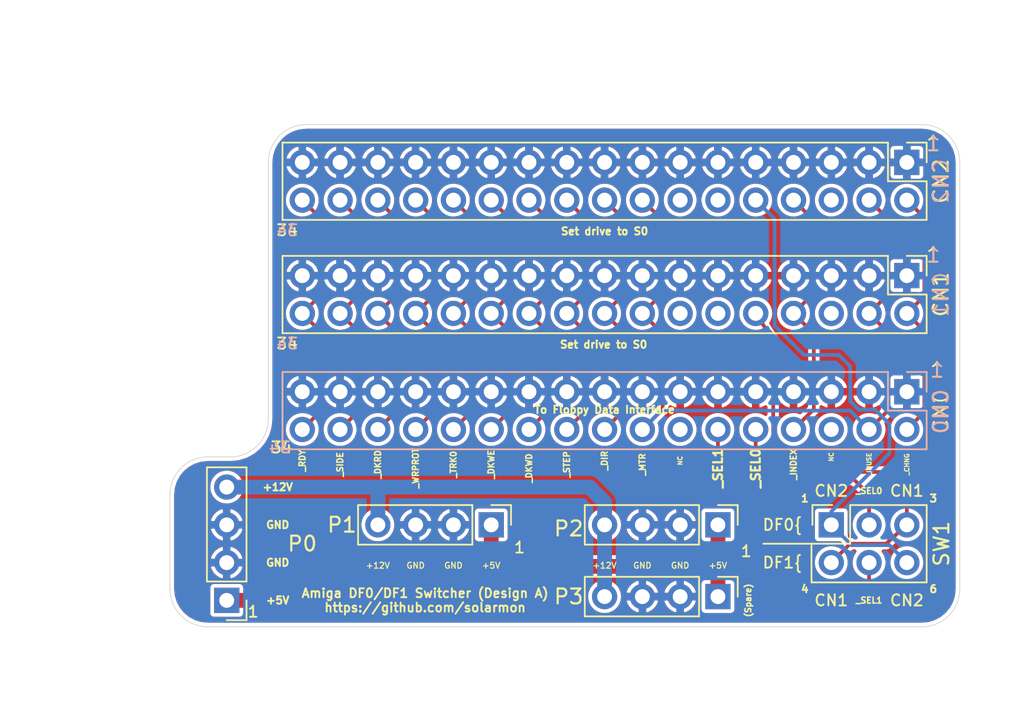
<source format=kicad_pcb>
(kicad_pcb (version 20171130) (host pcbnew "(5.1.9)-1")
  (title_block (title "Amiga DF0/DF1 Switcher (Design A)") (rev 1) (company https://github.com/solarmon))
  (layers (0 F.Cu signal) (31 B.Cu signal) (34 B.Paste user) (35 F.Paste user) (36 B.SilkS user) (37 F.SilkS user) (38 B.Mask user) (39 F.Mask user) (44 Edge.Cuts user))
  (net 0 "")
  (net 1 /_RDY)
  (net 2 GND)
  (net 3 /_SIDE)
  (net 4 /_DKRD)
  (net 5 /_WRPROT)
  (net 6 /_TRK0)
  (net 7 /_DKWE)
  (net 8 /_DKWD)
  (net 9 /_STEP)
  (net 10 /DIR)
  (net 11 /_INUSE)
  (net 12 "Net-(CN0-Pad14)")
  (net 13 /_SEL1)
  (net 14 /_SEL0)
  (net 15 /_INDEX)
  (net 16 "Net-(CN0-Pad6)")
  (net 17 /_CHNG)
  (net 18 "Net-(CN1-Pad14)")
  (net 19 /_CN1_SEL1)
  (net 20 /_CN1_SEL0)
  (net 21 "Net-(CN1-Pad6)")
  (net 22 "Net-(CN2-Pad14)")
  (net 23 /_CN2_SEL1)
  (net 24 /_CN2_SEL0)
  (net 25 "Net-(CN2-Pad6)")
  (net 26 +12V)
  (net 27 +5V)
  (module solarmon_library:PinHeader_2x03_P2.54mm_Vertical_DPDT (layer F.Cu) (at 177.8 146.304 270)
    (fp_text reference SW1 (at 1.27 -2.33 90) (layer F.SilkS))
    (fp_text value SW_DPDT_x2)
    (fp_line (start 1.27 6.4135) (end 3.87 6.41) (layer F.SilkS) (width 0.12))
    (fp_line (start -1.33 -1.3335) (end -1.33 3.8065) (layer F.SilkS) (width 0.12))
    (fp_line (start 3.87 -1.33) (end 3.87 6.41) (layer F.SilkS) (width 0.12))
    (fp_line (start -1.33 3.8135) (end 1.27 3.8135) (layer F.SilkS) (width 0.12))
    (fp_line (start 1.27 6.4135) (end 1.27 3.8135) (layer F.SilkS) (width 0.12))
    (fp_line (start -1.33 -1.3335) (end 3.87 -1.33) (layer F.SilkS) (width 0.12))
    (fp_line (start -1.3335 6.35) (end -1.3335 5.02) (layer F.SilkS) (width 0.12))
    (fp_line (start -1.33 6.35) (end 0 6.35) (layer F.SilkS) (width 0.12))
    (pad 4 thru_hole oval (at 2.54 5.08 270) (size 1.7 1.7) (drill 1) (layers *.Cu *.Mask) (net 20 /_CN1_SEL0))
    (pad 1 thru_hole rect (at 0 5.08 270) (size 1.7 1.7) (drill 1) (layers *.Cu *.Mask) (net 24 /_CN2_SEL0))
    (pad 5 thru_hole oval (at 2.54 2.54 270) (size 1.7 1.7) (drill 1) (layers *.Cu *.Mask) (net 13 /_SEL1))
    (pad 2 thru_hole oval (at 0 2.54 270) (size 1.7 1.7) (drill 1) (layers *.Cu *.Mask) (net 14 /_SEL0))
    (pad 6 thru_hole oval (at 2.54 0 270) (size 1.7 1.7) (drill 1) (layers *.Cu *.Mask) (net 24 /_CN2_SEL0))
    (pad 3 thru_hole circle (at 0 0 270) (size 1.7 1.7) (drill 1) (layers *.Cu *.Mask) (net 20 /_CN1_SEL0))
  )
  (module Connector_PinHeader_2.54mm:PinHeader_1x04_P2.54mm_Vertical (layer F.Cu) (at 165.1 151.13 270)
    (fp_text reference P3 (at 0 10.033 180) (layer F.SilkS))
    (fp_text value "(Spare)")
    (fp_line (start -1.33 8.95) (end 1.33 8.95) (layer F.SilkS) (width 0.12))
    (fp_line (start -1.33 1.27) (end -1.33 8.95) (layer F.SilkS) (width 0.12))
    (fp_line (start 1.33 1.27) (end 1.33 8.95) (layer F.SilkS) (width 0.12))
    (fp_line (start -1.33 1.27) (end 1.33 1.27) (layer F.SilkS) (width 0.12))
    (fp_line (start -1.33 0) (end -1.33 -1.33) (layer F.SilkS) (width 0.12))
    (fp_line (start -1.33 -1.33) (end 0 -1.33) (layer F.SilkS) (width 0.12))
    (pad 4 thru_hole oval (at 0 7.62 270) (size 1.7 1.7) (drill 1) (layers *.Cu *.Mask) (net 26 +12V))
    (pad 3 thru_hole oval (at 0 5.08 270) (size 1.7 1.7) (drill 1) (layers *.Cu *.Mask) (net 2 GND))
    (pad 2 thru_hole oval (at 0 2.54 270) (size 1.7 1.7) (drill 1) (layers *.Cu *.Mask) (net 2 GND))
    (pad 1 thru_hole rect (at 0 0 270) (size 1.7 1.7) (drill 1) (layers *.Cu *.Mask) (net 27 +5V))
  )
  (module Connector_PinHeader_2.54mm:PinHeader_1x04_P2.54mm_Vertical (layer F.Cu) (at 132.08 151.384 180)
    (fp_text reference P0 (at -5.08 3.81) (layer F.SilkS))
    (fp_text value "Floppy Power #0")
    (fp_line (start -1.33 8.95) (end 1.33 8.95) (layer F.SilkS) (width 0.12))
    (fp_line (start -1.33 1.27) (end -1.33 8.95) (layer F.SilkS) (width 0.12))
    (fp_line (start 1.33 1.27) (end 1.33 8.95) (layer F.SilkS) (width 0.12))
    (fp_line (start -1.33 1.27) (end 1.33 1.27) (layer F.SilkS) (width 0.12))
    (fp_line (start -1.33 0) (end -1.33 -1.33) (layer F.SilkS) (width 0.12))
    (fp_line (start -1.33 -1.33) (end 0 -1.33) (layer F.SilkS) (width 0.12))
    (pad 4 thru_hole oval (at 0 7.62 180) (size 1.7 1.7) (drill 1) (layers *.Cu *.Mask) (net 26 +12V))
    (pad 3 thru_hole oval (at 0 5.08 180) (size 1.7 1.7) (drill 1) (layers *.Cu *.Mask) (net 2 GND))
    (pad 2 thru_hole oval (at 0 2.54 180) (size 1.7 1.7) (drill 1) (layers *.Cu *.Mask) (net 2 GND))
    (pad 1 thru_hole rect (at 0 0 180) (size 1.7 1.7) (drill 1) (layers *.Cu *.Mask) (net 27 +5V))
  )
  (module Connector_PinSocket_2.54mm:PinSocket_2x17_P2.54mm_Vertical (layer B.Cu) (at 177.8 137.3505 90)
    (fp_text reference CN0 (at -1.3335 2.286 270) (layer B.SilkS) (effects (justify mirror)))
    (fp_text value Conn_02x17_Odd_Even)
    (fp_line (start -3.87 1.33) (end -1.27 1.33) (layer B.SilkS) (width 0.12))
    (fp_line (start -3.87 1.33) (end -3.87 -41.97) (layer B.SilkS) (width 0.12))
    (fp_line (start -3.87 -41.97) (end 1.33 -41.97) (layer B.SilkS) (width 0.12))
    (fp_line (start 1.33 -1.27) (end 1.33 -41.97) (layer B.SilkS) (width 0.12))
    (fp_line (start -1.27 -1.27) (end 1.33 -1.27) (layer B.SilkS) (width 0.12))
    (fp_line (start -1.27 1.33) (end -1.27 -1.27) (layer B.SilkS) (width 0.12))
    (fp_line (start 1.33 1.33) (end 1.33 0) (layer B.SilkS) (width 0.12))
    (fp_line (start 0 1.33) (end 1.33 1.33) (layer B.SilkS) (width 0.12))
    (pad 34 thru_hole oval (at -2.54 -40.64 90) (size 1.7 1.7) (drill 1) (layers *.Cu *.Mask) (net 1 /_RDY))
    (pad 33 thru_hole oval (at 0 -40.64 90) (size 1.7 1.7) (drill 1) (layers *.Cu *.Mask) (net 2 GND))
    (pad 32 thru_hole oval (at -2.54 -38.1 90) (size 1.7 1.7) (drill 1) (layers *.Cu *.Mask) (net 3 /_SIDE))
    (pad 31 thru_hole oval (at 0 -38.1 90) (size 1.7 1.7) (drill 1) (layers *.Cu *.Mask) (net 2 GND))
    (pad 30 thru_hole oval (at -2.54 -35.56 90) (size 1.7 1.7) (drill 1) (layers *.Cu *.Mask) (net 4 /_DKRD))
    (pad 29 thru_hole oval (at 0 -35.56 90) (size 1.7 1.7) (drill 1) (layers *.Cu *.Mask) (net 2 GND))
    (pad 28 thru_hole oval (at -2.54 -33.02 90) (size 1.7 1.7) (drill 1) (layers *.Cu *.Mask) (net 5 /_WRPROT))
    (pad 27 thru_hole oval (at 0 -33.02 90) (size 1.7 1.7) (drill 1) (layers *.Cu *.Mask) (net 2 GND))
    (pad 26 thru_hole oval (at -2.54 -30.48 90) (size 1.7 1.7) (drill 1) (layers *.Cu *.Mask) (net 6 /_TRK0))
    (pad 25 thru_hole oval (at 0 -30.48 90) (size 1.7 1.7) (drill 1) (layers *.Cu *.Mask) (net 2 GND))
    (pad 24 thru_hole oval (at -2.54 -27.94 90) (size 1.7 1.7) (drill 1) (layers *.Cu *.Mask) (net 7 /_DKWE))
    (pad 23 thru_hole oval (at 0 -27.94 90) (size 1.7 1.7) (drill 1) (layers *.Cu *.Mask) (net 2 GND))
    (pad 22 thru_hole oval (at -2.54 -25.4 90) (size 1.7 1.7) (drill 1) (layers *.Cu *.Mask) (net 8 /_DKWD))
    (pad 21 thru_hole oval (at 0 -25.4 90) (size 1.7 1.7) (drill 1) (layers *.Cu *.Mask) (net 2 GND))
    (pad 20 thru_hole oval (at -2.54 -22.86 90) (size 1.7 1.7) (drill 1) (layers *.Cu *.Mask) (net 9 /_STEP))
    (pad 19 thru_hole oval (at 0 -22.86 90) (size 1.7 1.7) (drill 1) (layers *.Cu *.Mask) (net 2 GND))
    (pad 18 thru_hole oval (at -2.54 -20.32 90) (size 1.7 1.7) (drill 1) (layers *.Cu *.Mask) (net 10 /DIR))
    (pad 17 thru_hole oval (at 0 -20.32 90) (size 1.7 1.7) (drill 1) (layers *.Cu *.Mask) (net 2 GND))
    (pad 16 thru_hole oval (at -2.54 -17.78 90) (size 1.7 1.7) (drill 1) (layers *.Cu *.Mask) (net 11 /_INUSE))
    (pad 15 thru_hole oval (at 0 -17.78 90) (size 1.7 1.7) (drill 1) (layers *.Cu *.Mask) (net 2 GND))
    (pad 14 thru_hole oval (at -2.54 -15.24 90) (size 1.7 1.7) (drill 1) (layers *.Cu *.Mask) (net 12 "Net-(CN0-Pad14)"))
    (pad 13 thru_hole oval (at 0 -15.24 90) (size 1.7 1.7) (drill 1) (layers *.Cu *.Mask) (net 2 GND))
    (pad 12 thru_hole oval (at -2.54 -12.7 90) (size 1.7 1.7) (drill 1) (layers *.Cu *.Mask) (net 13 /_SEL1))
    (pad 11 thru_hole oval (at 0 -12.7 90) (size 1.7 1.7) (drill 1) (layers *.Cu *.Mask) (net 2 GND))
    (pad 10 thru_hole oval (at -2.54 -10.16 90) (size 1.7 1.7) (drill 1) (layers *.Cu *.Mask) (net 14 /_SEL0))
    (pad 9 thru_hole oval (at 0 -10.16 90) (size 1.7 1.7) (drill 1) (layers *.Cu *.Mask) (net 2 GND))
    (pad 8 thru_hole oval (at -2.54 -7.62 90) (size 1.7 1.7) (drill 1) (layers *.Cu *.Mask) (net 15 /_INDEX))
    (pad 7 thru_hole oval (at 0 -7.62 90) (size 1.7 1.7) (drill 1) (layers *.Cu *.Mask) (net 2 GND))
    (pad 6 thru_hole oval (at -2.54 -5.08 90) (size 1.7 1.7) (drill 1) (layers *.Cu *.Mask) (net 16 "Net-(CN0-Pad6)"))
    (pad 5 thru_hole oval (at 0 -5.08 90) (size 1.7 1.7) (drill 1) (layers *.Cu *.Mask) (net 2 GND))
    (pad 4 thru_hole oval (at -2.54 -2.54 90) (size 1.7 1.7) (drill 1) (layers *.Cu *.Mask) (net 11 /_INUSE))
    (pad 3 thru_hole oval (at 0 -2.54 90) (size 1.7 1.7) (drill 1) (layers *.Cu *.Mask) (net 2 GND))
    (pad 2 thru_hole oval (at -2.54 0 90) (size 1.7 1.7) (drill 1) (layers *.Cu *.Mask) (net 17 /_CHNG))
    (pad 1 thru_hole rect (at 0 0 90) (size 1.7 1.7) (drill 1) (layers *.Cu *.Mask) (net 2 GND))
  )
  (module Connector_PinHeader_2.54mm:PinHeader_2x17_P2.54mm_Vertical (layer F.Cu) (at 177.8 129.54 270)
    (fp_text reference CN1 (at 1.27 -2.286 270) (layer F.SilkS))
    (fp_text value Conn_02x17_Odd_Even)
    (fp_line (start -1.33 -1.33) (end 0 -1.33) (layer F.SilkS) (width 0.12))
    (fp_line (start -1.33 0) (end -1.33 -1.33) (layer F.SilkS) (width 0.12))
    (fp_line (start 1.27 -1.33) (end 3.87 -1.33) (layer F.SilkS) (width 0.12))
    (fp_line (start 1.27 1.27) (end 1.27 -1.33) (layer F.SilkS) (width 0.12))
    (fp_line (start -1.33 1.27) (end 1.27 1.27) (layer F.SilkS) (width 0.12))
    (fp_line (start 3.87 -1.33) (end 3.87 41.97) (layer F.SilkS) (width 0.12))
    (fp_line (start -1.33 1.27) (end -1.33 41.97) (layer F.SilkS) (width 0.12))
    (fp_line (start -1.33 41.97) (end 3.87 41.97) (layer F.SilkS) (width 0.12))
    (pad 1 thru_hole rect (at 0 0 270) (size 1.7 1.7) (drill 1) (layers *.Cu *.Mask) (net 2 GND))
    (pad 2 thru_hole oval (at 2.54 0 270) (size 1.7 1.7) (drill 1) (layers *.Cu *.Mask) (net 17 /_CHNG))
    (pad 3 thru_hole oval (at 0 2.54 270) (size 1.7 1.7) (drill 1) (layers *.Cu *.Mask) (net 2 GND))
    (pad 4 thru_hole oval (at 2.54 2.54 270) (size 1.7 1.7) (drill 1) (layers *.Cu *.Mask) (net 11 /_INUSE))
    (pad 5 thru_hole oval (at 0 5.08 270) (size 1.7 1.7) (drill 1) (layers *.Cu *.Mask) (net 2 GND))
    (pad 6 thru_hole oval (at 2.54 5.08 270) (size 1.7 1.7) (drill 1) (layers *.Cu *.Mask) (net 21 "Net-(CN1-Pad6)"))
    (pad 7 thru_hole oval (at 0 7.62 270) (size 1.7 1.7) (drill 1) (layers *.Cu *.Mask) (net 2 GND))
    (pad 8 thru_hole oval (at 2.54 7.62 270) (size 1.7 1.7) (drill 1) (layers *.Cu *.Mask) (net 15 /_INDEX))
    (pad 9 thru_hole oval (at 0 10.16 270) (size 1.7 1.7) (drill 1) (layers *.Cu *.Mask) (net 2 GND))
    (pad 10 thru_hole oval (at 2.54 10.16 270) (size 1.7 1.7) (drill 1) (layers *.Cu *.Mask) (net 20 /_CN1_SEL0))
    (pad 11 thru_hole oval (at 0 12.7 270) (size 1.7 1.7) (drill 1) (layers *.Cu *.Mask) (net 2 GND))
    (pad 12 thru_hole oval (at 2.54 12.7 270) (size 1.7 1.7) (drill 1) (layers *.Cu *.Mask) (net 19 /_CN1_SEL1))
    (pad 13 thru_hole oval (at 0 15.24 270) (size 1.7 1.7) (drill 1) (layers *.Cu *.Mask) (net 2 GND))
    (pad 14 thru_hole oval (at 2.54 15.24 270) (size 1.7 1.7) (drill 1) (layers *.Cu *.Mask) (net 18 "Net-(CN1-Pad14)"))
    (pad 15 thru_hole oval (at 0 17.78 270) (size 1.7 1.7) (drill 1) (layers *.Cu *.Mask) (net 2 GND))
    (pad 16 thru_hole oval (at 2.54 17.78 270) (size 1.7 1.7) (drill 1) (layers *.Cu *.Mask) (net 11 /_INUSE))
    (pad 17 thru_hole oval (at 0 20.32 270) (size 1.7 1.7) (drill 1) (layers *.Cu *.Mask) (net 2 GND))
    (pad 18 thru_hole oval (at 2.54 20.32 270) (size 1.7 1.7) (drill 1) (layers *.Cu *.Mask) (net 10 /DIR))
    (pad 19 thru_hole oval (at 0 22.86 270) (size 1.7 1.7) (drill 1) (layers *.Cu *.Mask) (net 2 GND))
    (pad 20 thru_hole oval (at 2.54 22.86 270) (size 1.7 1.7) (drill 1) (layers *.Cu *.Mask) (net 9 /_STEP))
    (pad 21 thru_hole oval (at 0 25.4 270) (size 1.7 1.7) (drill 1) (layers *.Cu *.Mask) (net 2 GND))
    (pad 22 thru_hole oval (at 2.54 25.4 270) (size 1.7 1.7) (drill 1) (layers *.Cu *.Mask) (net 8 /_DKWD))
    (pad 23 thru_hole oval (at 0 27.94 270) (size 1.7 1.7) (drill 1) (layers *.Cu *.Mask) (net 2 GND))
    (pad 24 thru_hole oval (at 2.54 27.94 270) (size 1.7 1.7) (drill 1) (layers *.Cu *.Mask) (net 7 /_DKWE))
    (pad 25 thru_hole oval (at 0 30.48 270) (size 1.7 1.7) (drill 1) (layers *.Cu *.Mask) (net 2 GND))
    (pad 26 thru_hole oval (at 2.54 30.48 270) (size 1.7 1.7) (drill 1) (layers *.Cu *.Mask) (net 6 /_TRK0))
    (pad 27 thru_hole oval (at 0 33.02 270) (size 1.7 1.7) (drill 1) (layers *.Cu *.Mask) (net 2 GND))
    (pad 28 thru_hole oval (at 2.54 33.02 270) (size 1.7 1.7) (drill 1) (layers *.Cu *.Mask) (net 5 /_WRPROT))
    (pad 29 thru_hole oval (at 0 35.56 270) (size 1.7 1.7) (drill 1) (layers *.Cu *.Mask) (net 2 GND))
    (pad 30 thru_hole oval (at 2.54 35.56 270) (size 1.7 1.7) (drill 1) (layers *.Cu *.Mask) (net 4 /_DKRD))
    (pad 31 thru_hole oval (at 0 38.1 270) (size 1.7 1.7) (drill 1) (layers *.Cu *.Mask) (net 2 GND))
    (pad 32 thru_hole oval (at 2.54 38.1 270) (size 1.7 1.7) (drill 1) (layers *.Cu *.Mask) (net 3 /_SIDE))
    (pad 33 thru_hole oval (at 0 40.64 270) (size 1.7 1.7) (drill 1) (layers *.Cu *.Mask) (net 2 GND))
    (pad 34 thru_hole oval (at 2.54 40.64 270) (size 1.7 1.7) (drill 1) (layers *.Cu *.Mask) (net 1 /_RDY))
  )
  (module Connector_PinHeader_2.54mm:PinHeader_2x17_P2.54mm_Vertical (layer F.Cu) (at 177.8 121.92 270)
    (fp_text reference CN2 (at 1.27 -2.286 270) (layer F.SilkS))
    (fp_text value Conn_02x17_Odd_Even)
    (fp_line (start -1.33 -1.33) (end 0 -1.33) (layer F.SilkS) (width 0.12))
    (fp_line (start -1.33 0) (end -1.33 -1.33) (layer F.SilkS) (width 0.12))
    (fp_line (start 1.27 -1.33) (end 3.87 -1.33) (layer F.SilkS) (width 0.12))
    (fp_line (start 1.27 1.27) (end 1.27 -1.33) (layer F.SilkS) (width 0.12))
    (fp_line (start -1.33 1.27) (end 1.27 1.27) (layer F.SilkS) (width 0.12))
    (fp_line (start 3.87 -1.33) (end 3.87 41.97) (layer F.SilkS) (width 0.12))
    (fp_line (start -1.33 1.27) (end -1.33 41.97) (layer F.SilkS) (width 0.12))
    (fp_line (start -1.33 41.97) (end 3.87 41.97) (layer F.SilkS) (width 0.12))
    (pad 1 thru_hole rect (at 0 0 270) (size 1.7 1.7) (drill 1) (layers *.Cu *.Mask) (net 2 GND))
    (pad 2 thru_hole oval (at 2.54 0 270) (size 1.7 1.7) (drill 1) (layers *.Cu *.Mask) (net 17 /_CHNG))
    (pad 3 thru_hole oval (at 0 2.54 270) (size 1.7 1.7) (drill 1) (layers *.Cu *.Mask) (net 2 GND))
    (pad 4 thru_hole oval (at 2.54 2.54 270) (size 1.7 1.7) (drill 1) (layers *.Cu *.Mask) (net 11 /_INUSE))
    (pad 5 thru_hole oval (at 0 5.08 270) (size 1.7 1.7) (drill 1) (layers *.Cu *.Mask) (net 2 GND))
    (pad 6 thru_hole oval (at 2.54 5.08 270) (size 1.7 1.7) (drill 1) (layers *.Cu *.Mask) (net 25 "Net-(CN2-Pad6)"))
    (pad 7 thru_hole oval (at 0 7.62 270) (size 1.7 1.7) (drill 1) (layers *.Cu *.Mask) (net 2 GND))
    (pad 8 thru_hole oval (at 2.54 7.62 270) (size 1.7 1.7) (drill 1) (layers *.Cu *.Mask) (net 15 /_INDEX))
    (pad 9 thru_hole oval (at 0 10.16 270) (size 1.7 1.7) (drill 1) (layers *.Cu *.Mask) (net 2 GND))
    (pad 10 thru_hole oval (at 2.54 10.16 270) (size 1.7 1.7) (drill 1) (layers *.Cu *.Mask) (net 24 /_CN2_SEL0))
    (pad 11 thru_hole oval (at 0 12.7 270) (size 1.7 1.7) (drill 1) (layers *.Cu *.Mask) (net 2 GND))
    (pad 12 thru_hole oval (at 2.54 12.7 270) (size 1.7 1.7) (drill 1) (layers *.Cu *.Mask) (net 23 /_CN2_SEL1))
    (pad 13 thru_hole oval (at 0 15.24 270) (size 1.7 1.7) (drill 1) (layers *.Cu *.Mask) (net 2 GND))
    (pad 14 thru_hole oval (at 2.54 15.24 270) (size 1.7 1.7) (drill 1) (layers *.Cu *.Mask) (net 22 "Net-(CN2-Pad14)"))
    (pad 15 thru_hole oval (at 0 17.78 270) (size 1.7 1.7) (drill 1) (layers *.Cu *.Mask) (net 2 GND))
    (pad 16 thru_hole oval (at 2.54 17.78 270) (size 1.7 1.7) (drill 1) (layers *.Cu *.Mask) (net 11 /_INUSE))
    (pad 17 thru_hole oval (at 0 20.32 270) (size 1.7 1.7) (drill 1) (layers *.Cu *.Mask) (net 2 GND))
    (pad 18 thru_hole oval (at 2.54 20.32 270) (size 1.7 1.7) (drill 1) (layers *.Cu *.Mask) (net 10 /DIR))
    (pad 19 thru_hole oval (at 0 22.86 270) (size 1.7 1.7) (drill 1) (layers *.Cu *.Mask) (net 2 GND))
    (pad 20 thru_hole oval (at 2.54 22.86 270) (size 1.7 1.7) (drill 1) (layers *.Cu *.Mask) (net 9 /_STEP))
    (pad 21 thru_hole oval (at 0 25.4 270) (size 1.7 1.7) (drill 1) (layers *.Cu *.Mask) (net 2 GND))
    (pad 22 thru_hole oval (at 2.54 25.4 270) (size 1.7 1.7) (drill 1) (layers *.Cu *.Mask) (net 8 /_DKWD))
    (pad 23 thru_hole oval (at 0 27.94 270) (size 1.7 1.7) (drill 1) (layers *.Cu *.Mask) (net 2 GND))
    (pad 24 thru_hole oval (at 2.54 27.94 270) (size 1.7 1.7) (drill 1) (layers *.Cu *.Mask) (net 7 /_DKWE))
    (pad 25 thru_hole oval (at 0 30.48 270) (size 1.7 1.7) (drill 1) (layers *.Cu *.Mask) (net 2 GND))
    (pad 26 thru_hole oval (at 2.54 30.48 270) (size 1.7 1.7) (drill 1) (layers *.Cu *.Mask) (net 6 /_TRK0))
    (pad 27 thru_hole oval (at 0 33.02 270) (size 1.7 1.7) (drill 1) (layers *.Cu *.Mask) (net 2 GND))
    (pad 28 thru_hole oval (at 2.54 33.02 270) (size 1.7 1.7) (drill 1) (layers *.Cu *.Mask) (net 5 /_WRPROT))
    (pad 29 thru_hole oval (at 0 35.56 270) (size 1.7 1.7) (drill 1) (layers *.Cu *.Mask) (net 2 GND))
    (pad 30 thru_hole oval (at 2.54 35.56 270) (size 1.7 1.7) (drill 1) (layers *.Cu *.Mask) (net 4 /_DKRD))
    (pad 31 thru_hole oval (at 0 38.1 270) (size 1.7 1.7) (drill 1) (layers *.Cu *.Mask) (net 2 GND))
    (pad 32 thru_hole oval (at 2.54 38.1 270) (size 1.7 1.7) (drill 1) (layers *.Cu *.Mask) (net 3 /_SIDE))
    (pad 33 thru_hole oval (at 0 40.64 270) (size 1.7 1.7) (drill 1) (layers *.Cu *.Mask) (net 2 GND))
    (pad 34 thru_hole oval (at 2.54 40.64 270) (size 1.7 1.7) (drill 1) (layers *.Cu *.Mask) (net 1 /_RDY))
  )
  (module Connector_PinHeader_2.54mm:PinHeader_1x04_P2.54mm_Vertical (layer F.Cu) (at 165.1 146.304 270)
    (fp_text reference P2 (at 0.254 10.033 180) (layer F.SilkS))
    (fp_text value "Floppy Power #2")
    (fp_line (start -1.33 -1.33) (end 0 -1.33) (layer F.SilkS) (width 0.12))
    (fp_line (start -1.33 0) (end -1.33 -1.33) (layer F.SilkS) (width 0.12))
    (fp_line (start -1.33 1.27) (end 1.33 1.27) (layer F.SilkS) (width 0.12))
    (fp_line (start 1.33 1.27) (end 1.33 8.95) (layer F.SilkS) (width 0.12))
    (fp_line (start -1.33 1.27) (end -1.33 8.95) (layer F.SilkS) (width 0.12))
    (fp_line (start -1.33 8.95) (end 1.33 8.95) (layer F.SilkS) (width 0.12))
    (pad 1 thru_hole rect (at 0 0 270) (size 1.7 1.7) (drill 1) (layers *.Cu *.Mask) (net 27 +5V))
    (pad 2 thru_hole oval (at 0 2.54 270) (size 1.7 1.7) (drill 1) (layers *.Cu *.Mask) (net 2 GND))
    (pad 3 thru_hole oval (at 0 5.08 270) (size 1.7 1.7) (drill 1) (layers *.Cu *.Mask) (net 2 GND))
    (pad 4 thru_hole oval (at 0 7.62 270) (size 1.7 1.7) (drill 1) (layers *.Cu *.Mask) (net 26 +12V))
  )
  (module Connector_PinHeader_2.54mm:PinHeader_1x04_P2.54mm_Vertical (layer F.Cu) (at 149.86 146.304 270)
    (fp_text reference P1 (at 0 10.033 180) (layer F.SilkS))
    (fp_text value "Floppy Power #1")
    (fp_line (start -1.33 -1.33) (end 0 -1.33) (layer F.SilkS) (width 0.12))
    (fp_line (start -1.33 0) (end -1.33 -1.33) (layer F.SilkS) (width 0.12))
    (fp_line (start -1.33 1.27) (end 1.33 1.27) (layer F.SilkS) (width 0.12))
    (fp_line (start 1.33 1.27) (end 1.33 8.95) (layer F.SilkS) (width 0.12))
    (fp_line (start -1.33 1.27) (end -1.33 8.95) (layer F.SilkS) (width 0.12))
    (fp_line (start -1.33 8.95) (end 1.33 8.95) (layer F.SilkS) (width 0.12))
    (pad 1 thru_hole rect (at 0 0 270) (size 1.7 1.7) (drill 1) (layers *.Cu *.Mask) (net 27 +5V))
    (pad 2 thru_hole oval (at 0 2.54 270) (size 1.7 1.7) (drill 1) (layers *.Cu *.Mask) (net 2 GND))
    (pad 3 thru_hole oval (at 0 5.08 270) (size 1.7 1.7) (drill 1) (layers *.Cu *.Mask) (net 2 GND))
    (pad 4 thru_hole oval (at 0 7.62 270) (size 1.7 1.7) (drill 1) (layers *.Cu *.Mask) (net 26 +12V))
  )
  (gr_text "Set drive to S0" (at 157.4165 134.1755) (layer F.SilkS) (effects (font (size 0.5 0.5) (thickness 0.125))))
  (gr_text "Set drive to S0" (at 157.48 126.5555) (layer F.SilkS) (effects (font (size 0.5 0.5) (thickness 0.125))))
  (gr_text "To Floppy Data Interface" (at 157.48 138.557) (layer F.SilkS) (effects (font (size 0.5 0.5) (thickness 0.125))))
  (gr_text 34 (at 136.144 126.492) (layer B.SilkS) (effects (font (size 0.75 0.75) (thickness 0.125)) (justify mirror)))
  (gr_text 34 (at 136.144 134.112) (layer B.SilkS) (effects (font (size 0.75 0.75) (thickness 0.125)) (justify mirror)))
  (gr_text 1 (at 179.578 128.143) (layer B.SilkS) (effects (font (size 1 1) (thickness 0.125)) (justify mirror)))
  (gr_text 1 (at 179.578 120.65) (layer B.SilkS) (effects (font (size 1 1) (thickness 0.125)) (justify mirror)))
  (gr_text CN2 (at 180.086 123.19 90) (layer B.SilkS) (effects (font (size 1 1) (thickness 0.125)) (justify mirror)))
  (gr_text CN1 (at 180.086 130.81 90) (layer B.SilkS) (effects (font (size 1 1) (thickness 0.125)) (justify mirror)))
  (gr_text 34 (at 136.144 126.492) (layer F.SilkS) (effects (font (size 0.75 0.75) (thickness 0.125))))
  (gr_text 34 (at 136.144 134.112) (layer F.SilkS) (effects (font (size 0.75 0.75) (thickness 0.125))))
  (gr_line (start 171.45 147.574) (end 168.148 147.574) (layer F.SilkS) (width 0.12))
  (gr_text "(Spare)" (at 167.132 151.384 90) (layer F.SilkS) (effects (font (size 0.4 0.4) (thickness 0.1))))
  (gr_text 34 (at 135.763 141.097) (layer F.SilkS) (effects (font (size 0.75 0.75) (thickness 0.125))))
  (gr_text CN0 (at 180.086 138.684 90) (layer F.SilkS) (effects (font (size 1 1) (thickness 0.125))))
  (gr_text DF1{ (at 169.418 148.844) (layer F.SilkS) (effects (font (size 0.75 0.75) (thickness 0.125))))
  (gr_text DF0{ (at 169.418 146.304) (layer F.SilkS) (effects (font (size 0.75 0.75) (thickness 0.125))))
  (gr_text "Amiga DF0/DF1 Switcher (Design A)\nhttps://github.com/solarmon" (at 145.415 151.384) (layer F.SilkS) (effects (font (size 0.6 0.6) (thickness 0.125))))
  (gr_text CN1 (at 172.72 151.384) (layer F.SilkS) (effects (font (size 0.75 0.75) (thickness 0.125))))
  (gr_text CN2 (at 177.8 151.384) (layer F.SilkS) (effects (font (size 0.75 0.75) (thickness 0.125))))
  (gr_text CN2 (at 172.72 144.018) (layer F.SilkS) (effects (font (size 0.75 0.75) (thickness 0.125))))
  (gr_text CN1 (at 177.8 144.018) (layer F.SilkS) (effects (font (size 0.75 0.75) (thickness 0.125))))
  (gr_text GND (at 144.78 149.038) (layer F.SilkS) (effects (font (size 0.4 0.4) (thickness 0.075))))
  (gr_text GND (at 147.32 149.038) (layer F.SilkS) (effects (font (size 0.4 0.4) (thickness 0.075))))
  (gr_text +12V (at 142.24 149.038) (layer F.SilkS) (effects (font (size 0.4 0.4) (thickness 0.075))))
  (gr_text +5V (at 149.86 149.038) (layer F.SilkS) (effects (font (size 0.4 0.4) (thickness 0.075))))
  (gr_text +12V (at 157.48 149.038) (layer F.SilkS) (effects (font (size 0.4 0.4) (thickness 0.075))))
  (gr_text 1 (at 170.942 144.526) (layer F.SilkS) (effects (font (size 0.5 0.5) (thickness 0.125))))
  (gr_text 6 (at 179.578 150.622) (layer F.SilkS) (effects (font (size 0.5 0.5) (thickness 0.125))))
  (gr_line (start 130.81 141.732) (end 132.334 141.732) (layer Edge.Cuts) (width 0.05))
  (gr_arc (start 132.334 139.192) (end 132.334 141.732) (angle -90) (layer Edge.Cuts) (width 0.05))
  (gr_line (start 128.27 144.272) (end 128.27 150.622) (layer Edge.Cuts) (width 0.05))
  (gr_arc (start 130.81 144.272) (end 130.81 141.732) (angle -90) (layer Edge.Cuts) (width 0.05))
  (gr_text 1 (at 133.858 152.146) (layer F.SilkS) (effects (font (size 0.75 0.75) (thickness 0.125))))
  (gr_text 1 (at 167.005 148.082) (layer F.SilkS) (effects (font (size 0.75 0.75) (thickness 0.125))))
  (gr_text 1 (at 151.765 147.828) (layer F.SilkS) (effects (font (size 0.75 0.75) (thickness 0.125))))
  (gr_text 4 (at 170.942 150.622) (layer F.SilkS) (effects (font (size 0.5 0.5) (thickness 0.125))))
  (gr_text GND (at 160.02 149.038) (layer F.SilkS) (effects (font (size 0.4 0.4) (thickness 0.075))))
  (gr_text GND (at 162.56 149.038) (layer F.SilkS) (effects (font (size 0.4 0.4) (thickness 0.075))))
  (gr_text +5V (at 165.1 149.038) (layer F.SilkS) (effects (font (size 0.4 0.4) (thickness 0.075))))
  (gr_text 1 (at 179.832 135.89) (layer B.SilkS) (effects (font (size 1 1) (thickness 0.125)) (justify mirror)))
  (gr_text 34 (at 135.636 141.097) (layer B.SilkS) (effects (font (size 0.75 0.75) (thickness 0.125)) (justify mirror)))
  (gr_text NC (at 162.56 141.986 90) (layer F.SilkS) (effects (font (size 0.3 0.3) (thickness 0.075))))
  (gr_text NC (at 172.72 141.732 90) (layer F.SilkS) (effects (font (size 0.3 0.3) (thickness 0.075))))
  (gr_text _CHNG (at 177.8 142.24 90) (layer F.SilkS) (effects (font (size 0.3 0.3) (thickness 0.075))))
  (gr_text _INUSE (at 175.26 142.24 90) (layer F.SilkS) (effects (font (size 0.3 0.3) (thickness 0.075))))
  (gr_text _INDEX (at 170.18 142.24 90) (layer F.SilkS) (effects (font (size 0.4 0.4) (thickness 0.1))))
  (gr_text _SEL0 (at 167.64 142.494 90) (layer F.SilkS) (effects (font (size 0.6 0.6))))
  (gr_text _SEL1 (at 165.1 142.494 90) (layer F.SilkS) (effects (font (size 0.6 0.6))))
  (gr_text _MTR (at 160.02 142.24 90) (layer F.SilkS) (effects (font (size 0.4 0.4) (thickness 0.1))))
  (gr_text _DIR (at 157.48 141.986 90) (layer F.SilkS) (effects (font (size 0.4 0.4) (thickness 0.1))))
  (gr_text _STEP (at 154.94 142.24 90) (layer F.SilkS) (effects (font (size 0.4 0.4) (thickness 0.1))))
  (gr_text _DKWD (at 152.4 142.494 90) (layer F.SilkS) (effects (font (size 0.4 0.4) (thickness 0.1))))
  (gr_text _DKWE (at 149.86 142.24 90) (layer F.SilkS) (effects (font (size 0.4 0.4) (thickness 0.1))))
  (gr_text _TRK0 (at 147.32 142.24 90) (layer F.SilkS) (effects (font (size 0.4 0.4) (thickness 0.1))))
  (gr_text _WRPROT (at 144.78 142.494 90) (layer F.SilkS) (effects (font (size 0.4 0.4) (thickness 0.1))))
  (gr_text _DKRD (at 142.24 142.24 90) (layer F.SilkS) (effects (font (size 0.4 0.4) (thickness 0.1))))
  (gr_text _SIDE (at 139.7 142.24 90) (layer F.SilkS) (effects (font (size 0.4 0.4) (thickness 0.1))))
  (gr_text _RDY (at 137.16 141.986 90) (layer F.SilkS) (effects (font (size 0.4 0.4) (thickness 0.1))))
  (gr_text +5V (at 135.509 151.384) (layer F.SilkS) (effects (font (size 0.5 0.5) (thickness 0.125))))
  (gr_text GND (at 135.509 148.844) (layer F.SilkS) (effects (font (size 0.5 0.5) (thickness 0.125))))
  (gr_text GND (at 135.509 146.304) (layer F.SilkS) (effects (font (size 0.5 0.5) (thickness 0.125))))
  (gr_text +12V (at 135.509 143.764) (layer F.SilkS) (effects (font (size 0.5 0.5) (thickness 0.125))))
  (gr_text 1 (at 179.578 120.65) (layer F.SilkS) (effects (font (size 1 1) (thickness 0.125))))
  (gr_text 1 (at 179.578 128.143) (layer F.SilkS) (effects (font (size 1 1) (thickness 0.125))))
  (gr_text 1 (at 179.832 135.89) (layer F.SilkS) (effects (font (size 1 1) (thickness 0.125))))
  (gr_text 3 (at 179.578 144.526) (layer F.SilkS) (effects (font (size 0.5 0.5) (thickness 0.125))))
  (gr_text _SEL1 (at 175.26 151.384) (layer F.SilkS) (effects (font (size 0.4 0.4) (thickness 0.1))))
  (gr_text _SEL0 (at 175.26 144.018) (layer F.SilkS) (effects (font (size 0.4 0.4) (thickness 0.1))))
  (gr_arc (start 137.414 121.92) (end 137.414 119.38) (angle -90) (layer Edge.Cuts) (width 0.05))
  (gr_arc (start 130.81 150.622) (end 128.27 150.622) (angle -90) (layer Edge.Cuts) (width 0.05))
  (gr_arc (start 178.816 150.622) (end 178.816 153.162) (angle -90) (layer Edge.Cuts) (width 0.05))
  (gr_arc (start 178.816 121.92) (end 181.356 121.92) (angle -90) (layer Edge.Cuts) (width 0.05))
  (gr_line (start 137.414 119.38) (end 178.816 119.38) (layer Edge.Cuts) (width 0.05))
  (gr_line (start 134.874 139.192) (end 134.874 121.92) (layer Edge.Cuts) (width 0.05))
  (gr_line (start 178.816 153.162) (end 130.81 153.162) (layer Edge.Cuts) (width 0.05))
  (gr_line (start 181.356 121.92) (end 181.356 150.622) (layer Edge.Cuts) (width 0.05))
  (segment (start 138.009999 132.929999) (end 137.16 132.08) (width 0.25) (layer F.Cu) (net 1))
  (segment (start 138.335001 133.255001) (end 138.009999 132.929999) (width 0.25) (layer F.Cu) (net 1))
  (segment (start 138.335001 138.715499) (end 138.335001 133.255001) (width 0.25) (layer F.Cu) (net 1))
  (segment (start 137.16 139.8905) (end 138.335001 138.715499) (width 0.25) (layer F.Cu) (net 1))
  (segment (start 138.335001 130.904999) (end 138.335001 125.635001) (width 0.25) (layer F.Cu) (net 1))
  (segment (start 137.16 132.08) (end 138.335001 130.904999) (width 0.25) (layer F.Cu) (net 1))
  (segment (start 138.335001 125.635001) (end 137.16 124.46) (width 0.25) (layer F.Cu) (net 1))
  (segment (start 140.549999 132.929999) (end 139.7 132.08) (width 0.25) (layer F.Cu) (net 3))
  (segment (start 140.875001 133.255001) (end 140.549999 132.929999) (width 0.25) (layer F.Cu) (net 3))
  (segment (start 140.875001 138.715499) (end 140.875001 133.255001) (width 0.25) (layer F.Cu) (net 3))
  (segment (start 139.7 139.8905) (end 140.875001 138.715499) (width 0.25) (layer F.Cu) (net 3))
  (segment (start 140.875001 130.904999) (end 140.875001 125.635001) (width 0.25) (layer F.Cu) (net 3))
  (segment (start 139.7 132.08) (end 140.875001 130.904999) (width 0.25) (layer F.Cu) (net 3))
  (segment (start 140.875001 125.635001) (end 139.7 124.46) (width 0.25) (layer F.Cu) (net 3))
  (segment (start 143.089999 132.929999) (end 142.24 132.08) (width 0.25) (layer F.Cu) (net 4))
  (segment (start 143.604999 133.444999) (end 143.089999 132.929999) (width 0.25) (layer F.Cu) (net 4))
  (segment (start 143.604999 138.525501) (end 143.604999 133.444999) (width 0.25) (layer F.Cu) (net 4))
  (segment (start 142.24 139.8905) (end 143.604999 138.525501) (width 0.25) (layer F.Cu) (net 4))
  (segment (start 143.415001 130.904999) (end 143.415001 125.635001) (width 0.25) (layer F.Cu) (net 4))
  (segment (start 142.24 132.08) (end 143.415001 130.904999) (width 0.25) (layer F.Cu) (net 4))
  (segment (start 143.415001 125.635001) (end 142.24 124.46) (width 0.25) (layer F.Cu) (net 4))
  (segment (start 145.629999 132.929999) (end 144.78 132.08) (width 0.25) (layer F.Cu) (net 5))
  (segment (start 146.05 133.35) (end 145.629999 132.929999) (width 0.25) (layer F.Cu) (net 5))
  (segment (start 146.05 138.6205) (end 146.05 133.35) (width 0.25) (layer F.Cu) (net 5))
  (segment (start 144.78 139.8905) (end 146.05 138.6205) (width 0.25) (layer F.Cu) (net 5))
  (segment (start 146.144999 125.824999) (end 144.78 124.46) (width 0.25) (layer F.Cu) (net 5))
  (segment (start 144.78 132.08) (end 146.144999 130.715001) (width 0.25) (layer F.Cu) (net 5))
  (segment (start 146.144999 130.715001) (end 146.144999 125.824999) (width 0.25) (layer F.Cu) (net 5))
  (segment (start 148.169999 132.929999) (end 147.32 132.08) (width 0.25) (layer F.Cu) (net 6))
  (segment (start 148.495001 133.255001) (end 148.169999 132.929999) (width 0.25) (layer F.Cu) (net 6))
  (segment (start 148.495001 138.715499) (end 148.495001 133.317999) (width 0.25) (layer F.Cu) (net 6))
  (segment (start 147.32 139.8905) (end 148.495001 138.715499) (width 0.25) (layer F.Cu) (net 6))
  (segment (start 148.684999 125.824999) (end 147.32 124.46) (width 0.25) (layer F.Cu) (net 6))
  (segment (start 147.32 132.08) (end 148.684999 130.715001) (width 0.25) (layer F.Cu) (net 6))
  (segment (start 148.684999 130.715001) (end 148.684999 125.824999) (width 0.25) (layer F.Cu) (net 6))
  (segment (start 150.709999 132.929999) (end 149.86 132.08) (width 0.25) (layer F.Cu) (net 7))
  (segment (start 151.035001 133.255001) (end 150.709999 132.929999) (width 0.25) (layer F.Cu) (net 7))
  (segment (start 151.035001 138.715499) (end 151.035001 133.317999) (width 0.25) (layer F.Cu) (net 7))
  (segment (start 149.86 139.8905) (end 151.035001 138.715499) (width 0.25) (layer F.Cu) (net 7))
  (segment (start 149.86 132.08) (end 151.224999 130.715001) (width 0.25) (layer F.Cu) (net 7))
  (segment (start 151.224999 125.824999) (end 149.86 124.46) (width 0.25) (layer F.Cu) (net 7))
  (segment (start 151.224999 130.715001) (end 151.224999 125.824999) (width 0.25) (layer F.Cu) (net 7))
  (segment (start 153.249999 132.929999) (end 152.4 132.08) (width 0.25) (layer F.Cu) (net 8))
  (segment (start 153.764999 133.444999) (end 153.249999 132.929999) (width 0.25) (layer F.Cu) (net 8))
  (segment (start 153.764999 138.525501) (end 153.764999 133.444999) (width 0.25) (layer F.Cu) (net 8))
  (segment (start 152.4 139.8905) (end 153.764999 138.525501) (width 0.25) (layer F.Cu) (net 8))
  (segment (start 153.764999 125.824999) (end 152.4 124.46) (width 0.25) (layer F.Cu) (net 8))
  (segment (start 152.4 132.08) (end 153.764999 130.715001) (width 0.25) (layer F.Cu) (net 8))
  (segment (start 153.764999 130.715001) (end 153.764999 125.824999) (width 0.25) (layer F.Cu) (net 8))
  (segment (start 155.789999 132.929999) (end 154.94 132.08) (width 0.25) (layer F.Cu) (net 9))
  (segment (start 156.115001 133.255001) (end 155.789999 132.929999) (width 0.25) (layer F.Cu) (net 9))
  (segment (start 156.115001 138.715499) (end 156.115001 133.255001) (width 0.25) (layer F.Cu) (net 9))
  (segment (start 154.94 139.8905) (end 156.115001 138.715499) (width 0.25) (layer F.Cu) (net 9))
  (segment (start 156.304999 125.824999) (end 154.94 124.46) (width 0.25) (layer F.Cu) (net 9))
  (segment (start 154.94 132.08) (end 156.304999 130.715001) (width 0.25) (layer F.Cu) (net 9))
  (segment (start 156.304999 130.715001) (end 156.304999 125.824999) (width 0.25) (layer F.Cu) (net 9))
  (segment (start 158.329999 132.929999) (end 157.48 132.08) (width 0.25) (layer F.Cu) (net 10))
  (segment (start 158.844999 133.444999) (end 158.329999 132.929999) (width 0.25) (layer F.Cu) (net 10))
  (segment (start 158.844999 138.525501) (end 158.844999 133.444999) (width 0.25) (layer F.Cu) (net 10))
  (segment (start 157.48 139.8905) (end 158.844999 138.525501) (width 0.25) (layer F.Cu) (net 10))
  (segment (start 158.844999 125.824999) (end 157.48 124.46) (width 0.25) (layer F.Cu) (net 10))
  (segment (start 157.48 132.08) (end 158.844999 130.715001) (width 0.25) (layer F.Cu) (net 10))
  (segment (start 158.844999 130.715001) (end 158.844999 125.824999) (width 0.25) (layer F.Cu) (net 10))
  (segment (start 160.869999 132.929999) (end 160.02 132.08) (width 0.25) (layer F.Cu) (net 11))
  (segment (start 161.384999 133.444999) (end 160.869999 132.929999) (width 0.25) (layer F.Cu) (net 11))
  (segment (start 176.109999 132.929999) (end 175.26 132.08) (width 0.25) (layer F.Cu) (net 11))
  (segment (start 176.435001 133.255001) (end 176.109999 132.929999) (width 0.25) (layer F.Cu) (net 11))
  (segment (start 176.435001 138.715499) (end 176.435001 133.255001) (width 0.25) (layer F.Cu) (net 11))
  (segment (start 175.26 139.8905) (end 176.435001 138.715499) (width 0.25) (layer F.Cu) (net 11))
  (segment (start 161.384999 138.525501) (end 161.384999 133.444999) (width 0.25) (layer F.Cu) (net 11))
  (segment (start 160.02 139.8905) (end 161.384999 138.525501) (width 0.25) (layer F.Cu) (net 11))
  (segment (start 174.410001 139.040501) (end 175.26 139.8905) (width 0.25) (layer B.Cu) (net 11))
  (segment (start 173.99 138.6205) (end 174.410001 139.040501) (width 0.25) (layer B.Cu) (net 11))
  (segment (start 160.02 139.8905) (end 161.29 138.6205) (width 0.25) (layer B.Cu) (net 11))
  (segment (start 161.29 138.6205) (end 173.99 138.6205) (width 0.25) (layer B.Cu) (net 11))
  (segment (start 176.435001 130.904999) (end 176.435001 125.635001) (width 0.25) (layer F.Cu) (net 11))
  (segment (start 175.26 132.08) (end 176.435001 130.904999) (width 0.25) (layer F.Cu) (net 11))
  (segment (start 175.26 124.46) (end 176.435001 125.635001) (width 0.25) (layer F.Cu) (net 11))
  (segment (start 161.195001 130.904999) (end 161.195001 125.635001) (width 0.25) (layer F.Cu) (net 11))
  (segment (start 160.02 132.08) (end 161.195001 130.904999) (width 0.25) (layer F.Cu) (net 11))
  (segment (start 161.195001 125.635001) (end 160.02 124.46) (width 0.25) (layer F.Cu) (net 11))
  (segment (start 165.1 141.629) (end 169.545 146.074) (width 0.25) (layer F.Cu) (net 13))
  (segment (start 165.1 139.8905) (end 165.1 141.629) (width 0.25) (layer F.Cu) (net 13))
  (segment (start 175.26 150.876) (end 175.26 148.844) (width 0.25) (layer F.Cu) (net 13))
  (segment (start 174.752 151.384) (end 175.26 150.876) (width 0.25) (layer F.Cu) (net 13))
  (segment (start 170.688 151.384) (end 174.752 151.384) (width 0.25) (layer F.Cu) (net 13))
  (segment (start 169.545 146.074) (end 169.545 150.241) (width 0.25) (layer F.Cu) (net 13))
  (segment (start 169.545 150.241) (end 170.688 151.384) (width 0.25) (layer F.Cu) (net 13))
  (segment (start 175.26 144.272) (end 175.26 146.304) (width 0.25) (layer F.Cu) (net 14))
  (segment (start 174.244 143.256) (end 175.26 144.272) (width 0.25) (layer F.Cu) (net 14))
  (segment (start 168.402 143.256) (end 174.244 143.256) (width 0.25) (layer F.Cu) (net 14))
  (segment (start 167.64 139.8905) (end 167.64 142.494) (width 0.25) (layer F.Cu) (net 14))
  (segment (start 167.64 142.494) (end 168.402 143.256) (width 0.25) (layer F.Cu) (net 14))
  (segment (start 171.029999 132.929999) (end 170.18 132.08) (width 0.25) (layer F.Cu) (net 15))
  (segment (start 171.544999 133.444999) (end 171.029999 132.929999) (width 0.25) (layer F.Cu) (net 15))
  (segment (start 171.544999 138.525501) (end 171.544999 133.444999) (width 0.25) (layer F.Cu) (net 15))
  (segment (start 170.18 139.8905) (end 171.544999 138.525501) (width 0.25) (layer F.Cu) (net 15))
  (segment (start 171.544999 130.715001) (end 171.544999 125.824999) (width 0.25) (layer F.Cu) (net 15))
  (segment (start 170.18 132.08) (end 171.544999 130.715001) (width 0.25) (layer F.Cu) (net 15))
  (segment (start 171.544999 125.824999) (end 170.18 124.46) (width 0.25) (layer F.Cu) (net 15))
  (segment (start 178.649999 132.929999) (end 177.8 132.08) (width 0.25) (layer F.Cu) (net 17))
  (segment (start 178.975001 133.255001) (end 178.649999 132.929999) (width 0.25) (layer F.Cu) (net 17))
  (segment (start 178.975001 138.715499) (end 178.975001 133.255001) (width 0.25) (layer F.Cu) (net 17))
  (segment (start 177.8 139.8905) (end 178.975001 138.715499) (width 0.25) (layer F.Cu) (net 17))
  (segment (start 178.975001 130.904999) (end 178.975001 125.635001) (width 0.25) (layer F.Cu) (net 17))
  (segment (start 177.8 132.08) (end 178.975001 130.904999) (width 0.25) (layer F.Cu) (net 17))
  (segment (start 177.8 124.46) (end 178.975001 125.635001) (width 0.25) (layer F.Cu) (net 17))
  (segment (start 176.403 147.574) (end 177.8 146.304) (width 0.25) (layer F.Cu) (net 20))
  (segment (start 172.72 148.844) (end 173.99 147.574) (width 0.25) (layer F.Cu) (net 20))
  (segment (start 173.99 147.574) (end 176.403 147.574) (width 0.25) (layer F.Cu) (net 20))
  (segment (start 168.815001 133.890001) (end 167.64 132.08) (width 0.25) (layer F.Cu) (net 20))
  (segment (start 168.815001 142.526001) (end 168.815001 133.890001) (width 0.25) (layer F.Cu) (net 20))
  (segment (start 169.037 142.748) (end 168.815001 142.526001) (width 0.25) (layer F.Cu) (net 20))
  (segment (start 177.038 142.748) (end 169.037 142.748) (width 0.25) (layer F.Cu) (net 20))
  (segment (start 177.8 145.835736) (end 177.8 143.51) (width 0.25) (layer F.Cu) (net 20))
  (segment (start 177.8 143.51) (end 177.038 142.748) (width 0.25) (layer F.Cu) (net 20))
  (segment (start 176.950001 147.994001) (end 177.8 148.844) (width 0.25) (layer B.Cu) (net 24))
  (segment (start 176.624999 147.668999) (end 176.950001 147.994001) (width 0.25) (layer B.Cu) (net 24))
  (segment (start 174.084999 147.668999) (end 176.624999 147.668999) (width 0.25) (layer B.Cu) (net 24))
  (segment (start 172.72 146.304) (end 174.084999 147.668999) (width 0.25) (layer B.Cu) (net 24))
  (segment (start 168.489999 125.309999) (end 167.64 124.46) (width 0.25) (layer B.Cu) (net 24))
  (segment (start 168.91 125.73) (end 168.489999 125.309999) (width 0.25) (layer B.Cu) (net 24))
  (segment (start 168.91 132.90409) (end 168.91 125.73) (width 0.25) (layer B.Cu) (net 24))
  (segment (start 170.87991 134.874) (end 168.91 132.90409) (width 0.25) (layer B.Cu) (net 24))
  (segment (start 173.228 134.874) (end 170.87991 134.874) (width 0.25) (layer B.Cu) (net 24))
  (segment (start 173.99 135.636) (end 173.228 134.874) (width 0.25) (layer B.Cu) (net 24))
  (segment (start 173.99 137.98409) (end 173.99 135.636) (width 0.25) (layer B.Cu) (net 24))
  (segment (start 172.72 145.40524) (end 176.624999 141.500241) (width 0.25) (layer B.Cu) (net 24))
  (segment (start 176.624999 141.500241) (end 176.624999 139.516497) (width 0.25) (layer B.Cu) (net 24))
  (segment (start 176.624999 139.516497) (end 175.665502 138.557) (width 0.25) (layer B.Cu) (net 24))
  (segment (start 172.72 146.304) (end 172.72 145.40524) (width 0.25) (layer B.Cu) (net 24))
  (segment (start 175.665502 138.557) (end 174.56291 138.557) (width 0.25) (layer B.Cu) (net 24))
  (segment (start 174.56291 138.557) (end 173.99 137.98409) (width 0.25) (layer B.Cu) (net 24))
  (segment (start 142.24 143.764) (end 132.08 143.764) (width 1) (layer B.Cu) (net 26))
  (segment (start 142.24 146.304) (end 142.24 143.764) (width 1) (layer B.Cu) (net 26))
  (segment (start 157.48 144.78) (end 157.48 146.304) (width 1) (layer B.Cu) (net 26))
  (segment (start 142.367 143.764) (end 156.464 143.764) (width 1) (layer B.Cu) (net 26))
  (segment (start 156.464 143.764) (end 157.48 144.78) (width 1) (layer B.Cu) (net 26))
  (segment (start 157.48 147.32) (end 157.48 151.384) (width 1) (layer B.Cu) (net 26))
  (segment (start 157.48 146.304) (end 157.48 147.32) (width 1) (layer B.Cu) (net 26))
  (segment (start 165.1 149.86) (end 165.1 146.304) (width 1) (layer F.Cu) (net 27))
  (segment (start 165.1 149.86) (end 165.1 151.384) (width 1) (layer F.Cu) (net 27))
  (segment (start 139.446 149.098) (end 165.1 149.098) (width 1) (layer F.Cu) (net 27))
  (segment (start 132.08 151.384) (end 137.16 151.384) (width 1) (layer F.Cu) (net 27))
  (segment (start 137.16 151.384) (end 139.446 149.098) (width 1) (layer F.Cu) (net 27))
  (segment (start 149.86 149.098) (end 149.86 146.304) (width 1) (layer F.Cu) (net 27))
  (zone (net 2) (net_name GND) (layer B.Cu) (connect_pads (clearance 0.254)) (min_thickness 0.254) (fill yes (arc_segments 32) (thermal_gap 0.254) (thermal_bridge_width 0.508))
    (polygon (pts (xy 119.38 113.411) (xy 184.15 113.03) (xy 184.15 157.48) (xy 119.38 157.861)))
  )
  (zone (net 2) (net_name GND) (layer F.Cu) (connect_pads (clearance 0.254)) (min_thickness 0.254) (fill yes (arc_segments 32) (thermal_gap 0.254) (thermal_bridge_width 0.508))
    (polygon (pts (xy 116.84 110.998) (xy 185.166 111.76) (xy 185.674 158.75) (xy 116.84 158.75)))
  )
)
</source>
